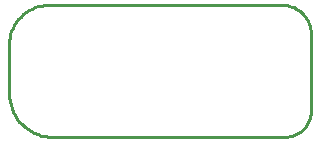
<source format=gbr>
G04 EAGLE Gerber RS-274X export*
G75*
%MOMM*%
%FSLAX34Y34*%
%LPD*%
%IN*%
%IPPOS*%
%AMOC8*
5,1,8,0,0,1.08239X$1,22.5*%
G01*
%ADD10C,0.254000*%


D10*
X110490Y233426D02*
X110630Y230216D01*
X111050Y227031D01*
X111745Y223894D01*
X112711Y220829D01*
X113941Y217861D01*
X115424Y215011D01*
X117151Y212301D01*
X119107Y209752D01*
X121277Y207383D01*
X123646Y205213D01*
X126195Y203257D01*
X128905Y201530D01*
X131755Y200047D01*
X134723Y198817D01*
X137788Y197851D01*
X140925Y197156D01*
X144110Y196736D01*
X147320Y196596D01*
X344170Y196850D01*
X346052Y196932D01*
X347919Y197178D01*
X349758Y197586D01*
X351554Y198152D01*
X353294Y198873D01*
X354965Y199743D01*
X356554Y200755D01*
X358048Y201901D01*
X359436Y203174D01*
X360709Y204562D01*
X361856Y206057D01*
X362868Y207645D01*
X363737Y209316D01*
X364458Y211056D01*
X365024Y212852D01*
X365432Y214691D01*
X365678Y216558D01*
X365760Y218440D01*
X365760Y284480D01*
X365668Y286583D01*
X365393Y288670D01*
X364938Y290725D01*
X364305Y292733D01*
X363499Y294678D01*
X362527Y296545D01*
X361396Y298320D01*
X360115Y299990D01*
X358693Y301543D01*
X357140Y302965D01*
X355470Y304246D01*
X353695Y305377D01*
X351828Y306349D01*
X349883Y307155D01*
X347875Y307788D01*
X345820Y308243D01*
X343733Y308518D01*
X341630Y308610D01*
X143510Y308356D01*
X140632Y308230D01*
X137776Y307854D01*
X134964Y307231D01*
X132217Y306365D01*
X129555Y305262D01*
X127000Y303932D01*
X124571Y302384D01*
X122285Y300631D01*
X120161Y298685D01*
X118215Y296561D01*
X116462Y294276D01*
X114914Y291846D01*
X113584Y289291D01*
X112481Y286630D01*
X111615Y283882D01*
X110992Y281070D01*
X110616Y278214D01*
X110490Y275336D01*
X110490Y233426D01*
M02*

</source>
